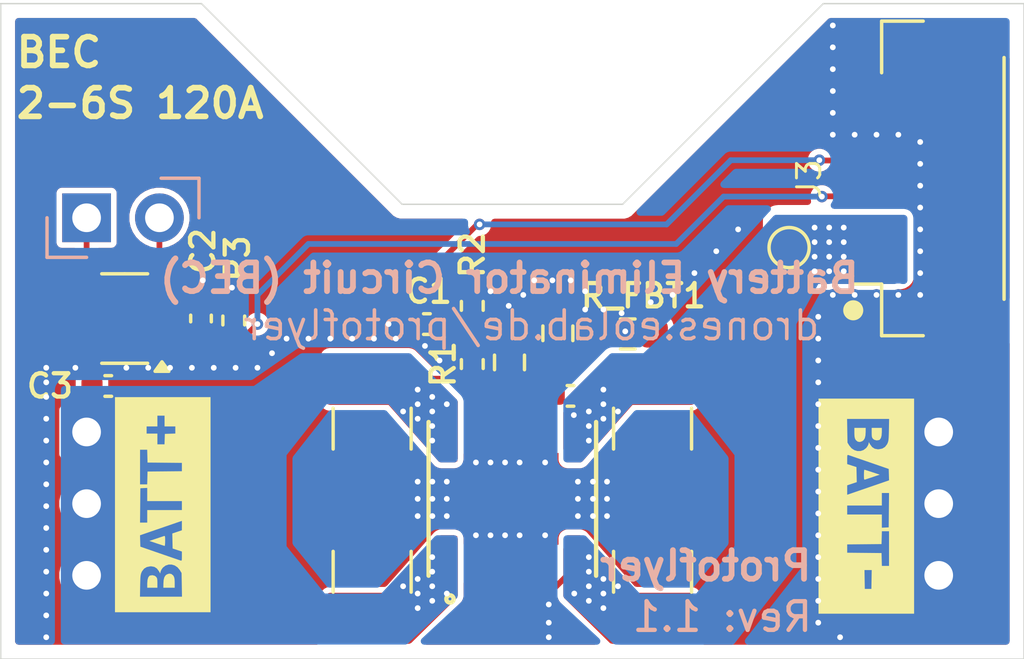
<source format=kicad_pcb>
(kicad_pcb (version 20241229) (generator "pcbnew") (generator_version "9.0")
  (layers (0 "F.Cu" power) (4 "In1.Cu" power) (6 "In2.Cu" power) (2 "B.Cu" signal) (13 "F.Paste" user) (15 "B.Paste" user) (5 "F.SilkS" user "F.Silkscreen") (7 "B.SilkS" user "B.Silkscreen") (1 "F.Mask" user) (3 "B.Mask" user) (25 "Edge.Cuts" user))
  (net 0 "")
  (net 1 "+5V")
  (net 2 "AGND")
  (net 7 "/RBOOT")
  (net 8 "/FB")
  (net 9 "/RT")
  (net 10 "VBUS")
  (net 11 "/SHUNT_IN")
  (net 12 "/SHUNT_OUT")
  (net 13 "/SENS_CURRENT")
  (net 14 "/SENS_VOLTAGE")
  (net 15 "PGND")
  (footprint "Resistor_SMD:R_0603_1608Metric_Pad0.98x0.95mm_HandSolder" (layer "F.Cu") (at 158.1385 65.750059 180)
    (property "Reference" "R_FBT1" (at -0.548 1.331 0) (layer "F.SilkS") (effects (font (size 0.8128 0.8128) (thickness 0.15) (bold yes))))
    (property "Value" "40.2k" (hide yes))
    (pad "1" smd roundrect (at -0.9125 0 180) (size 0.975 0.95) (layers "F.Cu" "F.Mask" "F.Paste") (net 1 "+5V"))
    (pad "2" smd roundrect (at 0.9125 0 180) (size 0.975 0.95) (layers "F.Cu" "F.Mask" "F.Paste") (net 8 "/FB"))
  )
  (footprint "TestPoint:TestPoint_Pad_D1.0mm" (layer "F.Cu") (at 163.7665 62.738)
    (property "Reference" "TP2" (hide yes))
    (property "Value" "TestPoint")
    (pad "1" smd circle (at 0 0) (size 1 1) (layers "F.Cu" "F.Mask") (net 1 "+5V"))
  )
  (footprint "Package_TO_SOT_SMD:SOT-23-5" (layer "F.Cu") (at 140.5945 65.212 180)
    (property "Reference" "U1" (hide yes))
    (property "Value" "INA139")
    (pad "1" smd roundrect (at -1.1375 -0.95 180) (size 1.325 0.6) (layers "F.Cu" "F.Mask" "F.Paste") (net 13 "/SENS_CURRENT"))
    (pad "2" smd roundrect (at -1.1375 0 180) (size 1.325 0.6) (layers "F.Cu" "F.Mask" "F.Paste") (net 15 "PGND"))
    (pad "3" smd roundrect (at -1.1375 0.95 180) (size 1.325 0.6) (layers "F.Cu" "F.Mask" "F.Paste") (net 11 "/SHUNT_IN"))
    (pad "4" smd roundrect (at 1.1375 0.95 180) (size 1.325 0.6) (layers "F.Cu" "F.Mask" "F.Paste") (net 12 "/SHUNT_OUT"))
    (pad "5" smd roundrect (at 1.1375 -0.95 180) (size 1.325 0.6) (layers "F.Cu" "F.Mask" "F.Paste") (net 10 "VBUS"))
  )
  (footprint "NetTie:NetTie-2_SMD_Pad0.5mm" (layer "F.Cu") (at 154.865 70.181 90)
    (property "Reference" "NT2" (hide yes))
    (property "Value" "NetTie_2" (hide yes))
    (fp_poly (pts (xy -0.3 -0.125) (xy 0.3 -0.125) (xy 0.3 0.125) (xy -0.3 0.125)) (fill yes) (layer "F.Cu"))
    (pad "1" smd circle (at -0.3 0 90) (size 0.25 0.25) (layers "F.Cu") (net 15 "PGND"))
    (pad "2" smd circle (at 0.3 0 90) (size 0.25 0.25) (layers "F.Cu") (net 2 "AGND"))
  )
  (footprint "Capacitor_SMD:C_1210_3225Metric_Pad1.33x2.70mm_HandSolder" (layer "F.Cu") (at 149.225 69.052059 -90)
    (property "Reference" "C_IN2" (hide yes))
    (property "Value" "10uF, 50V, X7R" (hide yes))
    (pad "1" smd roundrect (at -1.5625 0 270) (size 1.325 2.7) (layers "F.Cu" "F.Mask" "F.Paste") (roundrect_rratio 0.188679) (net 10 "VBUS"))
    (pad "2" smd roundrect (at 1.5625 0 270) (size 1.325 2.7) (layers "F.Cu" "F.Mask" "F.Paste") (roundrect_rratio 0.188679) (net 15 "PGND"))
  )
  (footprint "LOGO" (layer "F.Cu") (at 166.4589 71.755 -90)
    (property "Reference" "G***" (hide yes))
    (property "Value" "LOGO" (hide yes))
  )
  (footprint "Capacitor_SMD:C_0402_1005Metric_Pad0.74x0.62mm_HandSolder" (layer "F.Cu") (at 143.256 65.2105 90)
    (property "Reference" "C2" (at 2.3455 0.0635 90) (layer "F.SilkS") (effects (font (size 0.8128 0.8128) (thickness 0.15) (bold yes))))
    (property "Value" "0.1u, 10V, X7R")
    (pad "1" smd roundrect (at -0.5675 0 90) (size 0.735 0.62) (layers "F.Cu" "F.Mask" "F.Paste") (net 13 "/SENS_CURRENT"))
    (pad "2" smd roundrect (at 0.5675 0 90) (size 0.735 0.62) (layers "F.Cu" "F.Mask" "F.Paste") (net 15 "PGND"))
  )
  (footprint "NetTie:NetTie-2_SMD_Pad0.5mm" (layer "F.Cu") (at 154.865 72.806 -90)
    (property "Reference" "NT1" (hide yes))
    (property "Value" "NetTie_2" (hide yes))
    (fp_poly (pts (xy -0.3 -0.125) (xy 0.3 -0.125) (xy 0.3 0.125) (xy -0.3 0.125)) (fill yes) (layer "F.Cu"))
    (pad "1" smd circle (at -0.3 0 270) (size 0.25 0.25) (layers "F.Cu") (net 15 "PGND"))
    (pad "2" smd circle (at 0.3 0 270) (size 0.25 0.25) (layers "F.Cu") (net 2 "AGND"))
  )
  (footprint "Resistor_SMD:R_0402_1005Metric" (layer "F.Cu") (at 152.7175 66.8 90)
    (property "Reference" "R1" (at -0.002 -1.016 270) (layer "F.SilkS") (effects (font (size 0.8128 0.8128) (thickness 0.15) (bold yes))))
    (property "Value" "68k, 1%, 1/16W")
    (pad "1" smd roundrect (at -0.51 0 90) (size 0.54 0.64) (layers "F.Cu" "F.Mask" "F.Paste") (net 10 "VBUS"))
    (pad "2" smd roundrect (at 0.51 0 90) (size 0.54 0.64) (layers "F.Cu" "F.Mask" "F.Paste") (net 14 "/SENS_VOLTAGE"))
  )
  (footprint "Capacitor_SMD:C_0402_1005Metric_Pad0.74x0.62mm_HandSolder" (layer "F.Cu") (at 156.1425 67.909059 180)
    (property "Reference" "C_FF1" (hide yes))
    (property "Value" "22pF")
    (pad "1" smd roundrect (at -0.5675 0 180) (size 0.735 0.62) (layers "F.Cu" "F.Mask" "F.Paste") (net 1 "+5V"))
    (pad "2" smd roundrect (at 0.5675 0 180) (size 0.735 0.62) (layers "F.Cu" "F.Mask" "F.Paste") (net 8 "/FB"))
  )
  (footprint "Connector_PinHeader_2.54mm:PinHeader_1x02_P2.54mm_Vertical" (layer "F.Cu") (at 139.266 61.698 90)
    (property "Reference" "J4" (hide yes))
    (property "Value" "Conn_01x02_Pin")
    (pad "1" thru_hole rect (at 0 0 90) (size 1.7 1.7) (drill 1) (layers "*.Cu" "*.Mask") (net 12 "/SHUNT_OUT"))
    (pad "2" thru_hole circle (at 0 2.54 90) (size 1.7 1.7) (drill 1) (layers "*.Cu" "*.Mask") (net 11 "/SHUNT_IN"))
  )
  (footprint "Resistor_SMD:R_0402_1005Metric" (layer "F.Cu") (at 144.399 65.28 90)
    (property "Reference" "R3" (at 2.161 0.127 90) (layer "F.SilkS") (effects (font (size 0.8128 0.8128) (thickness 0.15) (bold yes))))
    (property "Value" "54.9k, 1%, 1/16W")
    (pad "1" smd roundrect (at -0.51 0 90) (size 0.54 0.64) (layers "F.Cu" "F.Mask" "F.Paste") (net 13 "/SENS_CURRENT"))
    (pad "2" smd roundrect (at 0.51 0 90) (size 0.54 0.64) (layers "F.Cu" "F.Mask" "F.Paste") (net 15 "PGND"))
  )
  (footprint "TLVM:B3QFN20_RDL_TEX" (layer "F.Cu") (at 154.1145 71.501 90)
    (property "Reference" "U3" (hide yes))
    (property "Value" "TLVM13660")
    (pad "1" smd rect (at -2 -2.175315 90) (size 1.397 0.508) (layers "F.Cu" "F.Mask" "F.Paste") (net 10 "VBUS"))
    (pad "2" smd rect (at -2.250059 -1.250315 90) (size 0.889 0.254) (layers "F.Cu" "F.Mask" "F.Paste"))
    (pad "3" smd rect (at -2.250059 -0.750189 90) (size 0.889 0.254) (layers "F.Cu" "F.Mask" "F.Paste") (net 7 "/RBOOT"))
    (pad "4" smd rect (at -2.250059 -0.250063 90) (size 0.889 0.254) (layers "F.Cu" "F.Mask" "F.Paste") (net 7 "/RBOOT"))
    (pad "5" smd rect (at -2.250059 0.250063 90) (size 0.889 0.254) (layers "F.Cu" "F.Mask" "F.Paste") (net 1 "+5V"))
    (pad "6" smd rect (at -2.250059 0.750189 90) (size 0.889 0.254) (layers "F.Cu" "F.Mask" "F.Paste") (net 2 "AGND"))
    (pad "7" smd rect (at -2.250059 1.250315 90) (size 0.889 0.254) (layers "F.Cu" "F.Mask" "F.Paste"))
    (pad "8" smd rect (at -2 2.125315 90) (size 1.397 0.508) (layers "F.Cu" "F.Mask" "F.Paste") (net 1 "+5V"))
    (pad "9" smd rect (at 2 2.125315 90) (size 1.397 0.508) (layers "F.Cu" "F.Mask" "F.Paste") (net 1 "+5V"))
    (pad "10" smd rect (at 2.250059 1.250315 90) (size 0.889 0.254) (layers "F.Cu" "F.Mask" "F.Paste") (net 8 "/FB"))
    (pad "11" smd rect (at 2.250059 0.750189 90) (size 0.889 0.254) (layers "F.Cu" "F.Mask" "F.Paste") (net 2 "AGND"))
    (pad "12" smd rect (at 2.250059 0.250063 90) (size 0.889 0.254) (layers "F.Cu" "F.Mask" "F.Paste") (net 9 "/RT"))
    (pad "13" smd rect (at 2.250059 -0.250063 90) (size 0.889 0.254) (layers "F.Cu" "F.Mask" "F.Paste"))
    (pad "14" smd rect (at 2.250059 -0.750189 90) (size 0.889 0.254) (layers "F.Cu" "F.Mask" "F.Paste") (net 10 "VBUS"))
    (pad "15" smd rect (at 2.250059 -1.250315 90) (size 0.889 0.254) (layers "F.Cu" "F.Mask" "F.Paste"))
    (pad "16" smd rect (at 2 -2.175315 90) (size 1.397 0.508) (layers "F.Cu" "F.Mask" "F.Paste") (net 10 "VBUS"))
    (pad "17" smd rect (at 0 -1.612494 90) (size 1.6256 0.9144) (layers "F.Cu" "F.Mask" "F.Paste") (net 15 "PGND"))
    (pad "18" smd rect (at 0 -0.537494 90) (size 1.6256 0.9144) (layers "F.Cu" "F.Mask" "F.Paste") (net 15 "PGND"))
    (pad "19" smd rect (at 0 0.537506 90) (size 1.6256 0.9144) (layers "F.Cu" "F.Mask" "F.Paste") (net 15 "PGND"))
    (pad "20" smd rect (at 0 1.612506 90) (size 1.6256 0.9144) (layers "F.Cu" "F.Mask" "F.Paste") (net 15 "PGND"))
  )
  (footprint "Resistor_SMD:R_0603_1608Metric_Pad0.98x0.95mm_HandSolder" (layer "F.Cu") (at 155.702 65.726559 90)
    (property "Reference" "R_FBB1" (hide yes))
    (property "Value" "10k")
    (pad "1" smd roundrect (at -0.9125 0 90) (size 0.975 0.95) (layers "F.Cu" "F.Mask" "F.Paste") (net 8 "/FB"))
    (pad "2" smd roundrect (at 0.9125 0 90) (size 0.975 0.95) (layers "F.Cu" "F.Mask" "F.Paste") (net 2 "AGND"))
  )
  (footprint "Connector_JST:JST_GH_SM06B-GHS-TB_1x06-1MP_P1.25mm_Horizontal" (layer "F.Cu") (at 168.703 60.325 90)
    (property "Reference" "J3" (at -0.022 -4.238 90) (layer "F.SilkS") (effects (font (size 0.8128 0.8128) (thickness 0.1016))))
    (property "Value" "Conn_01x06_Pin")
    (pad "1" smd roundrect (at -3.125 -1.85 90) (size 0.6 1.7) (layers "F.Cu" "F.Mask" "F.Paste") (net 1 "+5V"))
    (pad "2" smd roundrect (at -1.875 -1.85 90) (size 0.6 1.7) (layers "F.Cu" "F.Mask" "F.Paste") (net 1 "+5V"))
    (pad "3" smd roundrect (at -0.625 -1.85 90) (size 0.6 1.7) (layers "F.Cu" "F.Mask" "F.Paste") (net 13 "/SENS_CURRENT"))
    (pad "4" smd roundrect (at 0.625 -1.85 90) (size 0.6 1.7) (layers "F.Cu" "F.Mask" "F.Paste") (net 14 "/SENS_VOLTAGE"))
    (pad "5" smd roundrect (at 1.875 -1.85 90) (size 0.6 1.7) (layers "F.Cu" "F.Mask" "F.Paste") (net 15 "PGND"))
    (pad "6" smd roundrect (at 3.125 -1.85 90) (size 0.6 1.7) (layers "F.Cu" "F.Mask" "F.Paste") (net 15 "PGND"))
    (pad "MP" smd roundrect (at -4.975 1.35 90) (size 1 2.7) (layers "F.Cu" "F.Mask" "F.Paste"))
    (pad "MP" smd roundrect (at 4.975 1.35 90) (size 1 2.7) (layers "F.Cu" "F.Mask" "F.Paste"))
  )
  (footprint "Resistor_SMD:R_0402_1005Metric" (layer "F.Cu") (at 152.7175 64.77 90)
    (property "Reference" "R2" (at 1.776 0 90) (layer "F.SilkS") (effects (font (size 0.8128 0.8128) (thickness 0.15) (bold yes))))
    (property "Value" "10k, 1%, 1/16W")
    (pad "1" smd roundrect (at -0.51 0 90) (size 0.54 0.64) (layers "F.Cu" "F.Mask" "F.Paste") (net 14 "/SENS_VOLTAGE"))
    (pad "2" smd roundrect (at 0.51 0 90) (size 0.54 0.64) (layers "F.Cu" "F.Mask" "F.Paste") (net 15 "PGND"))
  )
  (footprint "Capacitor_SMD:C_1210_3225Metric_Pad1.33x2.70mm_HandSolder" (layer "F.Cu") (at 149.225 74.043559 90)
    (property "Reference" "C_IN1" (hide yes))
    (property "Value" "10uF, 50V, X7R")
    (pad "1" smd roundrect (at -1.5625 0 90) (size 1.325 2.7) (layers "F.Cu" "F.Mask" "F.Paste") (roundrect_rratio 0.188679) (net 10 "VBUS"))
    (pad "2" smd roundrect (at 1.5625 0 90) (size 1.325 2.7) (layers "F.Cu" "F.Mask" "F.Paste") (roundrect_rratio 0.188679) (net 15 "PGND"))
  )
  (footprint "Capacitor_SMD:C_1210_3225Metric_Pad1.33x2.70mm_HandSolder" (layer "F.Cu") (at 159.004 69.052059 -90)
    (property "Reference" "C_OUT2" (hide yes))
    (property "Value" "47uF, 10V, X7R" (hide yes))
    (pad "1" smd roundrect (at -1.5625 0 270) (size 1.325 2.7) (layers "F.Cu" "F.Mask" "F.Paste") (roundrect_rratio 0.188679) (net 1 "+5V"))
    (pad "2" smd roundrect (at 1.5625 0 270) (size 1.325 2.7) (layers "F.Cu" "F.Mask" "F.Paste") (roundrect_rratio 0.188679) (net 15 "PGND"))
  )
  (footprint "Capacitor_SMD:C_1210_3225Metric_Pad1.33x2.70mm_HandSolder" (layer "F.Cu") (at 159.004 74.043559 90)
    (property "Reference" "C_OUT1" (hide yes))
    (property "Value" "47uF, 10V, X7R")
    (pad "1" smd roundrect (at -1.5625 0 90) (size 1.325 2.7) (layers "F.Cu" "F.Mask" "F.Paste") (roundrect_rratio 0.188679) (net 1 "+5V"))
    (pad "2" smd roundrect (at 1.5625 0 90) (size 1.325 2.7) (layers "F.Cu" "F.Mask" "F.Paste") (roundrect_rratio 0.188679) (net 15 "PGND"))
  )
  (footprint "Resistor_SMD:R_0603_1608Metric_Pad0.98x0.95mm_HandSolder" (layer "F.Cu") (at 154.015 66.742559 90)
    (property "Reference" "R_RT1" (hide yes))
    (property "Value" "13k")
    (pad "1" smd roundrect (at -0.9125 0 90) (size 0.975 0.95) (layers "F.Cu" "F.Mask" "F.Paste") (net 9 "/RT"))
    (pad "2" smd roundrect (at 0.9125 0 90) (size 0.975 0.95) (layers "F.Cu" "F.Mask" "F.Paste") (net 2 "AGND"))
  )
  (footprint "Capacitor_SMD:C_0402_1005Metric_Pad0.74x0.62mm_HandSolder" (layer "F.Cu") (at 140.0215 67.564)
    (property "Reference" "C3" (at -2.036 0 0) (layer "F.SilkS") (effects (font (size 0.8128 0.8128))))
    (property "Value" "0.1u, 10V, X7R")
    (pad "1" smd roundrect (at -0.5675 0) (size 0.735 0.62) (layers "F.Cu" "F.Mask" "F.Paste") (net 10 "VBUS"))
    (pad "2" smd roundrect (at 0.5675 0) (size 0.735 0.62) (layers "F.Cu" "F.Mask" "F.Paste") (net 15 "PGND"))
  )
  (footprint "LOGO" (layer "F.Cu") (at 141.9225 71.7042 90)
    (property "Reference" "G***" (hide yes))
    (property "Value" "LOGO" (hide yes))
  )
  (footprint "Capacitor_SMD:C_0402_1005Metric_Pad0.74x0.62mm_HandSolder" (layer "F.Cu") (at 151.134 65.405 180)
    (property "Reference" "C1" (at -0.0675 1.143 180) (layer "F.SilkS") (effects (font (size 0.8128 0.8128) (thickness 0.15) (bold yes))))
    (property "Value" "0.1u, 10V, X7R")
    (pad "1" smd roundrect (at -0.5675 0 180) (size 0.735 0.62) (layers "F.Cu" "F.Mask" "F.Paste") (net 14 "/SENS_VOLTAGE"))
    (pad "2" smd roundrect (at 0.5675 0 180) (size 0.735 0.62) (layers "F.Cu" "F.Mask" "F.Paste") (net 15 "PGND"))
  )
  (footprint "JST-03JQ-BT:SHDR3W80P0X250_1X3_1000X600X950P" (layer "B.Cu") (at 139.266 69.168 -90)
    (property "Reference" "J5" (hide yes))
    (property "Value" "Conn_01x03_Pin" (hide yes))
    (pad "1" thru_hole rect (at 0 0 270) (size 1.5 1.5) (drill 1) (layers "*.Cu" "*.Mask") (net 10 "VBUS"))
    (pad "2" thru_hole circle (at 2.5 0 270) (size 1.5 1.5) (drill 1) (layers "*.Cu" "*.Mask") (net 10 "VBUS"))
    (pad "3" thru_hole circle (at 5 0 270) (size 1.5 1.5) (drill 1) (layers "*.Cu" "*.Mask") (net 10 "VBUS"))
  )
  (footprint "JST-03JQ-BT:SHDR3W80P0X250_1X3_1000X600X950P" (layer "B.Cu") (at 168.984 74.168 90)
    (property "Reference" "J1" (hide yes))
    (property "Value" "Conn_01x03_Pin" (hide yes))
    (pad "1" thru_hole rect (at 0 0 90) (size 1.5 1.5) (drill 1) (layers "*.Cu" "*.Mask") (net 15 "PGND"))
    (pad "2" thru_hole circle (at 2.5 0 90) (size 1.5 1.5) (drill 1) (layers "*.Cu" "*.Mask") (net 15 "PGND"))
    (pad "3" thru_hole circle (at 5 0 90) (size 1.5 1.5) (drill 1) (layers "*.Cu" "*.Mask") (net 15 "PGND"))
  )
  (gr_rect (start 154.747833 69.248924) (end 155.002153 69.918635) (fill yes) (layer "F.Cu") (net 2))
  (gr_rect (start 152.525 69.901) (end 155.725 73.101) (fill yes) (layer "F.Cu") (net 15))
  (gr_rect (start 154.751643 73.011055) (end 155.001119 73.740107) (fill yes) (layer "F.Cu") (net 2))
  (gr_line (start 150.271 61.229) (end 157.958 61.229) (stroke (width 0.05)) (layer "Edge.Cuts"))
  (gr_line (start 143.271 54.229) (end 150.271 61.229) (stroke (width 0.05)) (layer "Edge.Cuts"))
  (gr_line (start 171.958 77.089) (end 136.271 77.089) (stroke (width 0.05)) (layer "Edge.Cuts"))
  (gr_line (start 136.271 54.229) (end 143.271 54.229) (stroke (width 0.05)) (layer "Edge.Cuts"))
  (gr_line (start 136.271 77.089) (end 136.271 54.229) (stroke (width 0.05)) (layer "Edge.Cuts"))
  (gr_line (start 171.958 54.229) (end 164.958 54.229) (stroke (width 0.05)) (layer "Edge.Cuts"))
  (gr_line (start 171.958 54.229) (end 171.958 77.089) (stroke (width 0.05)) (layer "Edge.Cuts"))
  (gr_line (start 164.958 54.229) (end 157.958 61.229) (stroke (width 0.05)) (layer "Edge.Cuts"))
  (gr_text "2-6S 120A" (at 136.7155 58.293 0) (layer "F.SilkS") (effects (font (size 1 1) (thickness 0.2) (bold yes)) (justify left bottom)))
  (gr_text "BEC" (at 136.7155 56.515 0) (layer "F.SilkS") (effects (font (size 1 1) (thickness 0.2) (bold yes)) (justify left bottom)))
  (gr_text "Battery Eliminator Circuit (BEC)" (at 166.3065 64.389 0) (layer "B.SilkS") (effects (font (size 1 1) (thickness 0.2) (bold yes)) (justify left bottom mirror)))
  (gr_text "Rev: 1.1" (at 164.6555 76.2 0) (layer "B.SilkS") (effects (font (size 1 1)) (justify left bottom mirror)))
  (gr_text "drones.eolab.de/protoflyer" (at 164.9095 66.04 0) (layer "B.SilkS") (effects (font (size 1 1) (thickness 0.125)) (justify left bottom mirror)))
  (gr_text "Protoflyer" (at 164.6555 74.422 0) (layer "B.SilkS") (effects (font (size 1 1) (thickness 0.2) (bold yes)) (justify left bottom mirror)))
  (segment (start 155.594815 74.601) (end 156.250315 73.9455) (width 0.2) (layer "F.Cu") (net 1))
  (segment (start 156.250315 73.9455) (end 156.250315 73.501) (width 0.2) (layer "F.Cu") (net 1))
  (segment (start 158.7 75.819) (end 159.004 75.515) (width 0.2) (layer "F.Cu") (net 1))
  (segment (start 154.580504 74.601) (end 155.594815 74.601) (width 0.2) (layer "F.Cu") (net 1))
  (segment (start 159.004 65.797059) (end 159.051 65.750059) (width 0.2) (layer "F.Cu") (net 1))
  (segment (start 159.004 67.489559) (end 159.004 65.797059) (width 0.2) (layer "F.Cu") (net 1))
  (segment (start 154.375063 73.751059) (end 154.375063 74.395559) (width 0.2) (layer "F.Cu") (net 1))
  (segment (start 154.375063 74.395559) (end 154.580504 74.601) (width 0.2) (layer "F.Cu") (net 1))
  (via (at 157.2895 74.295) (size 0.4) (drill 0.2) (layers "F.Cu" "B.Cu") (net 1))
  (via (at 157.2895 75.311) (size 0.4) (drill 0.2) (layers "F.Cu" "B.Cu") (net 1))
  (via (at 165.1635 62.0395) (size 0.4) (drill 0.2) (layers "F.Cu" "B.Cu") (net 1))
  (via (at 156.258335 68.58) (size 0.4) (drill 0.2) (layers "F.Cu" "B.Cu") (net 1))
  (via (at 156.7815 68.453) (size 0.4) (drill 0.2) (layers "F.Cu" "B.Cu") (net 1))
  (via (at 156.2735 74.803) (size 0.4) (drill 0.2) (layers "F.Cu" "B.Cu") (net 1))
  (via (at 156.7815 75.057) (size 0.4) (drill 0.2) (layers "F.Cu" "B.Cu") (net 1))
  (via (at 165.6715 63.5635) (size 0.4) (drill 0.2) (layers "F.Cu" "B.Cu") (net 1))
  (via (at 165.1635 63.5635) (size 0.4) (drill 0.2) (layers "F.Cu" "B.Cu") (net 1))
  (via (at 157.7975 68.453) (size 0.4) (drill 0.2) (layers "F.Cu" "B.Cu") (net 1))
  (via (at 157.2895 67.691) (size 0.4) (drill 0.2) (layers "F.Cu" "B.Cu") (net 1))
  (via (at 157.2895 68.707) (size 0.4) (drill 0.2) (layers "F.Cu" "B.Cu") (net 1))
  (via (at 157.7975 74.549) (size 0.4) (drill 0.2) (layers "F.Cu" "B.Cu") (net 1))
  (via (at 164.6555 62.0395) (size 0.4) (drill 0.2) (layers "F.Cu" "B.Cu") (net 1))
  (via (at 165.6715 62.5475) (size 0.4) (drill 0.2) (layers "F.Cu" "B.Cu") (net 1))
  (via (at 165.1635 63.0555) (size 0.4) (drill 0.2) (layers "F.Cu" "B.Cu") (net 1))
  (via (at 157.2895 74.803) (size 0.4) (drill 0.2) (layers "F.Cu" "B.Cu") (net 1))
  (via (at 164.6555 62.5475) (size 0.4) (drill 0.2) (layers "F.Cu" "B.Cu") (net 1))
  (via (at 165.6715 63.0555) (size 0.4) (drill 0.2) (layers "F.Cu" "B.Cu") (net 1))
  (via (at 156.7815 69.469) (size 0.4) (drill 0.2) (layers "F.Cu" "B.Cu") (net 1))
  (via (at 164.6555 63.0555) (size 0.4) (drill 0.2) (layers "F.Cu" "B.Cu") (net 1))
  (via (at 156.7815 68.961) (size 0.4) (drill 0.2) (layers "F.Cu" "B.Cu") (net 1))
  (via (at 156.7815 73.533) (size 0.4) (drill 0.2) (layers "F.Cu" "B.Cu") (net 1))
  (via (at 156.7815 74.549) (size 0.4) (drill 0.2) (layers "F.Cu" "B.Cu") (net 1))
  (via (at 156.7815 74.041) (size 0.4) (drill 0.2) (layers "F.Cu" "B.Cu") (net 1))
  (via (at 157.2895 68.199) (size 0.4) (drill 0.2) (layers "F.Cu" "B.Cu") (net 1))
  (via (at 165.6715 62.0395) (size 0.4) (drill 0.2) (layers "F.Cu" "B.Cu") (net 1))
  (via (at 165.1635 62.5475) (size 0.4) (drill 0.2) (layers "F.Cu" "B.Cu") (net 1))
  (via (at 164.6555 63.5635) (size 0.4) (drill 0.2) (layers "F.Cu" "B.Cu") (net 1))
  (segment (start 155.031 64.814059) (end 154.015 65.830059) (width 0.2) (layer "F.Cu") (net 2))
  (segment (start 154.875189 69.250941) (end 154.875189 66.690248) (width 0.2) (layer "F.Cu") (net 2))
  (segment (start 155.702 64.814059) (end 155.031 64.814059) (width 0.2) (layer "F.Cu") (net 2))
  (segment (start 154.875189 66.690248) (end 154.015 65.830059) (width 0.2) (layer "F.Cu") (net 2))
  (segment (start 153.374811 73.751059) (end 153.874937 73.751059) (width 0.2) (layer "F.Cu") (net 7))
  (segment (start 155.575 67.945) (end 155.702 67.818) (width 0.2) (layer "F.Cu") (net 8))
  (segment (start 155.575 67.909059) (end 155.575 66.766059) (width 0.2) (layer "F.Cu") (net 8))
  (segment (start 157.226 65.750059) (end 156.591 65.750059) (width 0.2) (layer "F.Cu") (net 8))
  (segment (start 155.375315 69.250941) (end 155.375315 68.108744) (width 0.2) (layer "F.Cu") (net 8))
  (segment (start 156.591 65.750059) (end 155.702 66.639059) (width 0.2) (layer "F.Cu") (net 8))
  (segment (start 154.375063 69.250941) (end 154.375063 68.015122) (width 0.2) (layer "F.Cu") (net 9))
  (segment (start 154.375063 68.015122) (end 154.015 67.655059) (width 0.2) (layer "F.Cu") (net 9))
  (segment (start 149.404559 67.31) (end 149.225 67.489559) (width 0.2) (layer "F.Cu") (net 10))
  (segment (start 153.364311 69.250941) (end 153.364311 68.718811) (width 0.2) (layer "F.Cu") (net 10))
  (segment (start 139.266 69.168) (end 139.266 67.752) (width 0.2) (layer "F.Cu") (net 10))
  (segment (start 153.364311 68.718811) (end 152.7175 68.072) (width 0.2) (layer "F.Cu") (net 10))
  (segment (start 139.454 66.297) (end 139.457 66.294) (width 0.2) (layer "F.Cu") (net 10))
  (segment (start 139.454 67.564) (end 139.454 66.297) (width 0.2) (layer "F.Cu") (net 10))
  (segment (start 139.266 67.752) (end 139.454 67.564) (width 0.2) (layer "F.Cu") (net 10))
  (segment (start 152.7175 68.072) (end 152.7175 67.31) (width 0.2) (layer "F.Cu") (net 10))
  (segment (start 152.7175 67.31) (end 149.404559 67.31) (width 0.2) (layer "F.Cu") (net 10))
  (via (at 150.3045 68.453) (size 0.4) (drill 0.2) (layers "F.Cu" "B.Cu") (net 10))
  (via (at 151.3205 68.453) (size 0.4) (drill 0.2) (layers "F.Cu" "B.Cu") (net 10))
  (via (at 150.3045 74.549) (size 0.4) (drill 0.2) (layers "F.Cu" "B.Cu") (net 10))
  (via (at 150.8125 67.691) (size 0.4) (drill 0.2) (layers "F.Cu" "B.Cu") (net 10))
  (via (at 151.3205 73.533) (size 0.4) (drill 0.2) (layers "F.Cu" "B.Cu") (net 10))
  (via (at 151.8285 74.803) (size 0.4) (drill 0.2) (layers "F.Cu" "B.Cu") (net 10))
  (via (at 151.3205 74.549) (size 0.4) (drill 0.2) (layers "F.Cu" "B.Cu") (net 10))
  (via (at 150.8125 68.199) (size 0.4) (drill 0.2) (layers "F.Cu" "B.Cu") (net 10))
  (via (at 150.8125 68.707) (size 0.4) (drill 0.2) (layers "F.Cu" "B.Cu") (net 10))
  (via (at 150.8125 74.803) (size 0.4) (drill 0.2) (layers "F.Cu" "B.Cu") (net 10))
  (via (at 151.8285 68.199) (size 0.4) (drill 0.2) (layers "F.Cu" "B.Cu") (net 10))
  (via (at 150.8125 75.311) (size 0.4) (drill 0.2) (layers "F.Cu" "B.Cu") (net 10))
  (via (at 151.3205 69.469) (size 0.4) (drill 0.2) (layers "F.Cu" "B.Cu") (net 10))
  (via (at 150.8125 74.295) (size 0.4) (drill 0.2) (layers "F.Cu" "B.Cu") (net 10))
  (via (at 151.3205 68.961) (size 0.4) (drill 0.2) (layers "F.Cu" "B.Cu") (net 10))
  (via (at 151.3205 67.945) (size 0.4) (drill 0.2) (layers "F.Cu" "B.Cu") (net 10))
  (via (at 151.3205 74.041) (size 0.4) (drill 0.2) (layers "F.Cu" "B.Cu") (net 10))
  (via (at 151.3205 75.057) (size 0.4) (drill 0.2) (layers "F.Cu" "B.Cu") (net 10))
  (segment (start 141.806 61.698) (end 141.806 64.32) (width 0.2) (layer "F.Cu") (net 11))
  (segment (start 141.806 64.32) (end 141.732 64.394) (width 0.2) (layer "F.Cu") (net 11))
  (segment (start 139.266 64.203) (end 139.457 64.394) (width 0.2) (layer "F.Cu") (net 12))
  (segment (start 139.266 61.698) (end 139.266 64.203) (width 0.2) (layer "F.Cu") (net 12))
  (segment (start 142.74 66.294) (end 143.256 65.778) (width 0.2) (layer "F.Cu") (net 13))
  (segment (start 164.9195 60.95) (end 164.9095 60.96) (width 0.2) (layer "F.Cu") (net 13))
  (segment (start 143.256 65.778) (end 144.387 65.778) (width 0.2) (layer "F.Cu") (net 13))
  (segment (start 141.732 66.294) (end 142.74 66.294) (width 0.2) (layer "F.Cu") (net 13))
  (segment (start 144.387 65.778) (end 144.399 65.79) (width 0.2) (layer "F.Cu") (net 13))
  (segment (start 166.853 60.95) (end 164.9195 60.95) (width 0.2) (layer "F.Cu") (net 13))
  (segment (start 144.399 65.79) (end 144.8395 65.79) (width 0.2) (layer "F.Cu") (net 13))
  (segment (start 144.8395 65.79) (end 145.2245 65.405) (width 0.2) (layer "F.Cu") (net 13))
  (via (at 164.9095 60.96) (size 0.4) (drill 0.2) (layers "F.Cu" "B.Cu") (net 13))
  (via (at 145.2245 65.405) (size 0.4) (drill 0.2) (layers "F.Cu" "B.Cu") (net 13))
  (segment (start 161.4805 60.96) (end 159.8295 62.611) (width 0.2) (layer "B.Cu") (net 13))
  (segment (start 159.8295 62.611) (end 147.0025 62.611) (width 0.2) (layer "B.Cu") (net 13))
  (segment (start 164.9095 60.96) (end 161.4805 60.96) (width 0.2) (layer "B.Cu") (net 13))
  (segment (start 147.0025 62.611) (end 145.2245 64.389) (width 0.2) (layer "B.Cu") (net 13))
  (segment (start 145.2245 64.389) (end 145.2245 65.405) (width 0.2) (layer "B.Cu") (net 13))
  (segment (start 152.7175 65.28) (end 151.8265 65.28) (width 0.2) (layer "F.Cu") (net 14))
  (segment (start 166.853 59.7) (end 164.8306 59.7) (width 0.2) (layer "F.Cu") (net 14))
  (segment (start 151.7015 63.119) (end 152.9715 61.849) (width 0.2) (layer "F.Cu") (net 14))
  (segment (start 152.9715 61.849) (end 152.9715 61.929) (width 0.2) (layer "F.Cu") (net 14))
  (segment (start 164.8306 59.7) (end 164.8206 59.69) (width 0.2) (layer "F.Cu") (net 14))
  (segment (start 151.8265 65.28) (end 151.7015 65.405) (width 0.2) (layer "F.Cu") (net 14))
  (segment (start 152.7175 66.29) (end 152.7175 65.28) (width 0.2) (layer "F.Cu") (net 14))
  (segment (start 151.7015 65.405) (end 151.7015 63.119) (width 0.2) (layer "F.Cu") (net 14))
  (via (at 152.9715 61.929) (size 0.4) (drill 0.2) (layers "F.Cu" "B.Cu") (net 14))
  (via (at 164.8206 59.69) (size 0.4) (drill 0.2) (layers "F.Cu" "B.Cu") (net 14))
  (segment (start 159.4955 61.929) (end 161.7345 59.69) (width 0.2) (layer "B.Cu") (net 14))
  (segment (start 161.7345 59.69) (end 164.8206 59.69) (width 0.2) (layer "B.Cu") (net 14))
  (segment (start 152.9715 61.929) (end 159.4955 61.929) (width 0.2) (layer "B.Cu") (net 14))
  (segment (start 140.589 67.564) (end 141.351 67.564) (width 0.2) (layer "F.Cu") (net 15))
  (segment (start 141.732 65.344) (end 142.555 65.344) (width 0.2) (layer "F.Cu") (net 15))
  (segment (start 149.7965 65.405) (end 150.5665 65.405) (width 0.2) (layer "F.Cu") (net 15))
  (segment (start 144.399 64.77) (end 144.399 64.1985) (width 0.2) (layer "F.Cu") (net 15))
  (segment (start 152.7175 64.26) (end 153.3505 64.26) (width 0.2) (layer "F.Cu") (net 15))
  (segment (start 142.555 65.344) (end 143.256 64.643) (width 0.2) (layer "F.Cu") (net 15))
  (segment (start 153.3505 64.26) (end 153.3525 64.262) (width 0.2) (layer "F.Cu") (net 15))
  (segment (start 143.256 63.9445) (end 143.3195 63.881) (width 0.2) (layer "F.Cu") (net 15))
  (segment (start 144.399 64.1985) (end 144.3355 64.135) (width 0.2) (layer "F.Cu") (net 15))
  (segment (start 143.256 64.643) (end 143.256 63.9445) (width 0.2) (layer "F.Cu") (net 15))
  (via (at 159.7025 64.389) (size 0.4) (drill 0.2) (layers "F.Cu" "B.Cu") (net 15))
  (via (at 137.8585 73.279) (size 0.4) (drill 0.2) (layers "F.Cu" "B.Cu") (net 15))
  (via (at 168.3385 60.579) (size 0.4) (drill 0.2) (layers "F.Cu" "B.Cu") (net 15))
  (via (at 155.3845 75.819) (size 0.4) (drill 0.2) (layers "F.Cu" "B.Cu") (net 15))
  (via (at 156.925 72.101) (size 0.4) (drill 0.2) (layers "F.Cu" "B.Cu") (net 15))
  (via (at 142.1765 66.929) (size 0.4) (drill 0.2) (layers "F.Cu" "B.Cu") (net 15))
  (via (at 143.7005 66.929) (size 0.4) (drill 0.2) (layers "F.Cu" "B.Cu") (net 15))
  (via (at 164.7825 67.437) (size 0.4) (drill 0.2) (layers "F.Cu" "B.Cu") (net 15))
  (via (at 165.5445 76.327) (size 0.4) (drill 0.2) (layers "F.Cu" "B.Cu") (net 15))
  (via (at 151.0665 66.167) (size 0.4) (drill 0.2) (layers "F.Cu" "B.Cu") (net 15))
  (via (at 142.9385 66.929) (size 0.4) (drill 0.2) (layers "F.Cu" "B.Cu") (net 15))
  (via (at 158.0515 65.659) (size 0.4) (drill 0.2) (layers "F.Cu" "B.Cu") (net 15))
  (via (at 154.3685 70.231) (size 0.4) (drill 0.2) (layers "F.Cu" "B.Cu") (net 15))
  (via (at 157.4165 72.101) (size 0.4) (drill 0.2) (layers "F.Cu" "B.Cu") (net 15))
  (via (at 152.8445 70.231) (size 0.4) (drill 0.2) (layers "F.Cu" "B.Cu") (net 15))
  (via (at 150.8125 72.101) (size 0.4) (drill 0.2) (layers "F.Cu" "B.Cu") (net 15))
  (via (at 153.3525 70.231) (size 0.4) (drill 0.2) (layers "F.Cu" "B.Cu") (net 15))
  (via (at 164.7825 72.009) (size 0.4) (drill 0.2) (layers "F.Cu" "B.Cu") (net 15))
  (via (at 164.7825 65.913) (size 0.4) (drill 0.2) (layers "F.Cu" "B.Cu") (net 15))
  (via (at 137.8585 76.327) (size 0.4) (drill 0.2) (layers "F.Cu" "B.Cu") (net 15))
  (via (at 147.7645 65.913) (size 0.4) (drill 0.2) (layers "F.Cu" "B.Cu") (net 15))
  (via (at 137.8585 67.945) (size 0.4) (drill 0.2) (layers "F.Cu" "B.Cu") (net 15))
  (via (at 168.3385 62.865) (size 0.4) (drill 0.2) (layers "F.Cu" "B.Cu") (net 15))
  (via (at 151.8285 70.901) (size 0.4) (drill 0.2) (layers "F.Cu" "B.Cu") (net 15))
  (via (at 146.2405 65.913) (size 0.4) (drill 0.2) (layers "F.Cu" "B.Cu") (net 15))
  (via (at 137.8585 71.755) (size 0.4) (drill 0.2) (layers "F.Cu" "B.Cu") (net 15))
  (via (at 156.4005 71.501) (size 0.4) (drill 0.2) (layers "F.Cu" "B.Cu") (net 15))
  (via (at 157.4165 70.901) (size 0.4) (drill 0.2) (layers "F.Cu" "B.Cu") (net 15))
  (via (at 156.4005 72.101) (size 0.4) (drill 0.2) (layers "F.Cu" "B.Cu") (net 15))
  (via (at 165.2905 57.277) (size 0.4) (drill 0.2) (layers "F.Cu" "B.Cu") (net 15))
  (via (at 137.8585 67.437) (size 0.4) (drill 0.2) (layers "F.Cu" "B.Cu") (net 15))
  (via (at 150.8125 71.501) (size 0.4) (drill 0.2) (layers "F.Cu" "B.Cu") (net 15))
  (via (at 151.8285 71.501) (size 0.4) (drill 0.2) (layers "F.Cu" "B.Cu") (net 15))
  (via (at 144.4625 66.929) (size 0.4) (drill 0.2) (layers "F.Cu" "B.Cu") (net 15))
  (via (at 137.8585 74.041) (size 0.4) (drill 0.2) (layers "F.Cu" "B.Cu") (net 15))
  (via (at 151.325 72.101) (size 0.4) (drill 0.2) (layers "F.Cu" "B.Cu") (net 15))
  (via (at 153.8605 72.771) (size 0.4) (drill 0.2) (layers "F.Cu" "B.Cu") (net 15))
  (via (at 166.0525 58.801) (size 0.4) (drill 0.2) (layers "F.Cu" "B.Cu") (net 15))
  (via (at 149.7965 65.405) (size 0.4) (drill 0.2) (layers "F.Cu" "B.Cu") (net 15))
  (via (at 167.5765 58.801) (size 0.4) (drill 0.2) (layers "F.Cu" "B.Cu") (net 15))
  (via (at 165.2905 58.801) (size 0.4) (drill 0.2) (layers "F.Cu" "B.Cu") (net 15))
  (via (at 164.7825 75.057) (size 0.4) (drill 0.2) (layers "F.Cu" "B.Cu") (net 15))
  (via (at 151.5745 66.675) (size 0.4) (drill 0.2) (layers "F.Cu" "B.Cu") (net 15))
  (via (at 156.6545 64.897) (size 0.4) (drill 0.2) (layers "F.Cu" "B.Cu") (net 15))
  (via (at 164.7825 70.485) (size 0.4) (drill 0.2) (layers "F.Cu" "B.Cu") (net 15))
  (via (at 168.3385 63.627) (size 0.4) (drill 0.2) (layers "F.Cu" "B.Cu") (net 15))
  (via (at 145.2245 66.929) (size 0.4) (drill 0.2) (layers "F.Cu" "B.Cu") (net 15))
  (via (at 137.8585 74.803) (size 0.4) (drill 0.2) (layers "F.Cu" "B.Cu") (net 15))
  (via (at 164.7825 71.247) (size 0.4) (drill 0.2) (layers "F.Cu" "B.Cu") (net 15))
  (via (at 156.6545 64.262) (size 0.4) (drill 0.2) (layers "F.Cu" "B.Cu") (net 15))
  (via (at 145.7325 66.421) (size 0.4) (drill 0.2) (layers "F.Cu" "B.Cu") (net 15))
  (via (at 155.5115 63.881) (size 0.4) (drill 0.2) (layers "F.Cu" "B.Cu") (net 15))
  (via (at 137.8585 75.565) (size 0.4) (drill 0.2) (layers "F.Cu" "B.Cu") (net 15))
  (via (at 166.8145 58.801) (size 0.4) (drill 0.2) (layers "F.Cu" "B.Cu") (net 15))
  (via (at 157.2895 64.897) (size 0.4) (drill 0.2) (layers "F.Cu" "B.Cu") (net 15))
  (via (at 158.9405 64.643) (size 0.4) (drill 0.2) (layers "F.Cu" "B.Cu") (net 15))
  (via (at 137.8585 70.993) (size 0.4) (drill 0.2) (layers "F.Cu" "B.Cu") (net 15))
  (via (at 155.2575 70.231) (size 0.4) (drill 0.2) (layers "F.Cu" "B.Cu") (net 15))
  (via (at 168.3385 64.389) (size 0.4) (drill 0.2) (layers "F.Cu" "B.Cu") (net 15))
  (via (at 141.4145 66.929) (size 0.4) (drill 0.2) (layers "F.Cu" "B.Cu") (net 15))
  (via (at 140.6525 66.929) (size 0.4) (drill 0.2) (layers "F.Cu" "B.Cu") (net 15))
  (via (at 166.8145 64.389) (size 0.4) (drill 0.2) (layers "F.Cu" "B.Cu") (net 15))
  (via (at 148.5265 65.913) (size 0.4) (drill 0.2) (layers "F.Cu" "B.Cu") (net 15))
  (via (at 155.3845 76.327) (size 0.4) (drill 0.2) (layers "F.Cu" "B.Cu") (net 15))
  (via (at 165.2905 56.515) (size 0.4) (drill 0.2) (layers "F.Cu" "B.Cu") (net 15))
  (via (at 150.0505 65.913) (size 0.4) (drill 0.2) (layers "F.Cu" "B.Cu") (net 15))
  (via (at 137.8585 68.707) (size 0.4) (drill 0.2) (layers "F.Cu" "B.Cu") (net 15))
  (via (at 154.4955 64.389) (size 0.4) (drill 0.2) (layers "F.Cu" "B.Cu") (net 15))
  (via (at 137.8585 69.469) (size 0.4) (drill 0.2) (layers "F.Cu" "B.Cu") (net 15))
  (via (at 143.3195 63.881) (size 0.4) (drill 0.2) (layers "F.Cu" "B.Cu") (net 15))
  (via (at 165.2905 55.753) (size 0.4) (drill 0.2) (layers "F.Cu" "B.Cu") (net 15))
  (via (at 164.7825 66.675) (size 0.4) (drill 0.2) (layers "F.Cu" "B.Cu") (net 15))
  (via (at 154.8765 63.881) (size 0.4) (drill 0.2) (layers "F.Cu" "B.Cu") (net 15))
  (via (at 153.3525 64.262) (size 0.4) (drill 0.2) (layers "F.Cu" "B.Cu") (net 15))
  (via (at 147.0025 65.913) (size 0.4) (drill 0.2) (layers "F.Cu" "B.Cu") (net 15))
  (via (at 168.3385 59.055) (size 0.4) (drill 0.2) (layers "F.Cu" "B.Cu") (net 15))
  (via (at 137.8585 66.929) (size 0.4) (drill 0.2) (layers "F.Cu" "B.Cu") (net 15))
  (via (at 155.2575 72.771) (size 0.4) (drill 0.2) (layers "F.Cu" "B.Cu") (net 15))
  (via (at 164.7825 72.771) (size 0.4) (drill 0.2) (layers "F.Cu" "B.Cu") (net 15))
  (via (at 165.2905 54.991) (size 0.4) (drill 0.2) (layers "F.Cu" "B.Cu") (net 15))
  (via (at 151.8285 72.101) (size 0.4) (drill 0.2) (layers "F.Cu" "B.Cu") (net 15))
  (via (at 168.3385 59.817) (size 0.4) (drill 0.2) (layers "F.Cu" "B.Cu") (net 15))
  (via (at 151.325 70.901) (size 0.4) (drill 0.2) (layers "F.Cu" "B.Cu") (net 15))
  (via (at 153.3525 72.771) (size 0.4) (drill 0.2) (layers "F.Cu" "B.Cu") (net 15))
  (via (at 168.3385 61.341) (size 0.4) (drill 0.2) (layers "F.Cu" "B.Cu") (net 15))
  (via (at 157.4165 71.501) (size 0.4) (drill 0.2) (layers "F.Cu" "B.Cu") (net 15))
  (via (at 150.8125 70.901) (size 0.4) (drill 0.2) (layers "F.Cu" "B.Cu") (net 15))
  (via (at 153.9875 64.77) (size 0.4) (drill 0.2) (layers "F.Cu" "B.Cu") (net 15))
  (via (at 157.9245 65.024) (size 0.4) (drill 0.2) (layers "F.Cu" "B.Cu") (net 15))
  (via (at 154.3685 72.771) (size 0.4) (drill 0.2) (layers "F.Cu" "B.Cu") (net 15))
  (via (at 156.1465 63.881) (size 0.4) (drill 0.2) (layers "F.Cu" "B.Cu") (net 15))
  (via (at 160.4645 63.627) (size 0.4) (drill 0.2) (layers "F.Cu" "B.Cu") (net 15))
  (via (at 168.3385 62.103) (size 0.4) (drill 0.2) (layers "F.Cu" "B.Cu") (net 15))
  (via (at 156.4005 70.901) (size 0.4) (drill 0.2) (layers "F.Cu" "B.Cu") (net 15))
  (via (at 156.925 71.501) (size 0.4) (drill 0.2) (layers "F.Cu" "B.Cu") (net 15))
  (via (at 161.9885 62.103) (size 0.4) (drill 0.2) (layers "F.Cu" "B.Cu") (net 15))
  (via (at 164.7825 69.723) (size 0.4) (drill 0.2) (layers "F.Cu" "B.Cu") (net 15))
  (via (at 161.2265 62.865) (size 0.4) (drill 0.2) (layers "F.Cu" "B.Cu") (net 15))
  (via (at 138.8745 66.929) (size 0.4) (drill 0.2) (layers "F.Cu" "B.Cu") (net 15))
  (via (at 164.7825 74.295) (size 0.4) (drill 0.2) (layers "F.Cu" "B.Cu") (net 15))
  (via (at 164.7825 65.151) (size 0.4) (drill 0.2) (layers "F.Cu" "B.Cu") (net 15))
  (via (at 165.2905 58.039) (size 0.4) (drill 0.2) (layers "F.Cu" "B.Cu") (net 15))
  (via (at 164.7825 68.961) (size 0.4) (drill 0.2) (layers "F.Cu" "B.Cu") (net 15))
  (via (at 137.8585 72.517) (size 0.4) (drill 0.2) (layers "F.Cu" "B.Cu") (net 15))
  (via (at 165.2905 64.389) (size 0.4) (drill 0.2) (layers "F.Cu" "B.Cu") (net 15))
  (via (at 167.5765 64.389) (size 0.4) (drill 0.2) (layers "F.Cu" "B.Cu") (net 15))
  (via (at 151.325 71.501) (size 0.4) (drill 0.2) (layers "F.Cu" "B.Cu") (net 15))
  (via (at 149.2885 65.913) (size 0.4) (drill 0.2) (layers "F.Cu" "B.Cu") (net 15))
  (via (at 164.7825 73.533) (size 0.4) (drill 0.2) (layers "F.Cu" "B.Cu") (net 15))
  (via (at 137.8585 70.231) (size 0.4) (drill 0.2) (layers "F.Cu" "B.Cu") (net 15))
  (via (at 166.0525 64.389) (size 0.4) (drill 0.2) (layers "F.Cu" "B.Cu") (net 15))
  (via (at 153.8605 70.231) (size 0.4) (drill 0.2) (layers "F.Cu" "B.Cu") (net 15))
  (via (at 155.3845 75.184) (size 0.4) (drill 0.2) (layers "F.Cu" "B.Cu") (net 15))
  (via (at 152.8445 72.771) (size 0.4) (drill 0.2) (layers "F.Cu" "B.Cu") (net 15))
  (via (at 164.7825 75.819) (size 0.4) (drill 0.2) (layers "F.Cu" "B.Cu") (net 15))
  (via (at 164.7825 68.199) (size 0.4) (drill 0.2) (layers "F.Cu" "B.Cu") (net 15))
  (via (at 144.3355 64.135) (size 0.4) (drill 0.2) (layers "F.Cu" "B.Cu") (net 15))
  (via (at 156.925 70.901) (size 0.4) (drill 0.2) (layers "F.Cu" "B.Cu") (net 15))
  (zone (net 1) (net_name "+5V") (layer "F.Cu") (priority 6) (connect_pads yes (clearance 0.4)) (min_thickness 0.25) (fill yes (thermal_gap 0.5) (thermal_bridge_width 0.5))
    (polygon (pts (xy 167.823 63.9445) (xy 167.823 61.6585) (xy 163.2585 61.6585) (xy 163.2585 63.9445)))
  )
  (zone (net 1) (net_name "+5V") (layer "F.Cu") (priority 3) (connect_pads yes (clearance 0.2)) (min_thickness 0.25) (fill yes (thermal_gap 0.5) (thermal_bridge_width 0.5))
    (polygon (pts (xy 160.4772 76.5556) (xy 160.4772 74.7776) (xy 158.3055 74.7776) (xy 156.5275 72.771) (xy 155.8925 72.771) (xy 155.8925 74.93) (xy 157.5435 76.5556)))
  )
  (zone (net 10) (net_name "VBUS") (layer "F.Cu") (priority 3) (connect_pads yes (clearance 0.2)) (min_thickness 0.25) (fill yes (thermal_gap 0.5) (thermal_bridge_width 0.5))
    (polygon (pts (xy 147.6248 76.5556) (xy 147.6248 74.7776) (xy 149.7965 74.7776) (xy 151.5745 72.771) (xy 152.2095 72.771) (xy 152.2095 74.93) (xy 150.5585 76.5556)))
  )
  (zone (net 1) (net_name "+5V") (layer "F.Cu") (priority 3) (connect_pads yes (clearance 0.2)) (min_thickness 0.25) (fill yes (thermal_gap 0.5) (thermal_bridge_width 0.5))
    (polygon (pts (xy 160.4772 66.4464) (xy 160.4772 68.2244) (xy 158.3055 68.2244) (xy 156.5275 70.231) (xy 155.8925 70.231) (xy 155.8925 68.072) (xy 157.5435 66.4464)))
  )
  (zone (net 10) (net_name "VBUS") (layer "F.Cu") (priority 3) (connect_pads yes (clearance 0.2)) (min_thickness 0.25) (fill yes (thermal_gap 0.5) (thermal_bridge_width 0.5))
    (polygon (pts (xy 147.6248 66.4464) (xy 147.6248 68.2244) (xy 149.7965 68.2244) (xy 151.5745 70.231) (xy 152.2095 70.231) (xy 152.2095 68.072) (xy 150.5585 66.4464)))
  )
  (zone (net 15) (net_name "PGND") (layers "F.Cu" "B.Cu" "In1.Cu" "In2.Cu") (priority 2) (connect_pads yes (clearance 0.2)) (min_thickness 0.25) (fill yes (thermal_gap 0.5) (thermal_bridge_width 0.5))
    (polygon (pts (xy 136.271 54.229) (xy 143.256 54.229) (xy 150.368 61.341) (xy 157.861 61.341) (xy 164.973 54.229) (xy 171.958 54.229) (xy 171.958 77.089) (xy 136.271 77.089)))
  )
  (zone (net 10) (net_name "VBUS") (layers "B.Cu" "In2.Cu") (priority 4) (connect_pads yes (clearance 0.2)) (min_thickness 0.25) (fill yes (thermal_gap 0.5) (thermal_bridge_width 0.5))
    (polygon (pts (xy 152.2095 72.771) (xy 151.4475 72.771) (xy 149.5425 74.803) (xy 147.574 74.803) (xy 146.2405 73.152) (xy 146.2405 69.977) (xy 147.6375 68.199) (xy 149.7965 68.199) (xy 151.5745 70.231) (xy 152.2095 70.231) (xy 152.2095 68.834) (xy 152.2095 68.072) (xy 150.5585 66.421) (xy 146.7485 66.421) (xy 145.0975 67.564) (xy 138.3665 67.564) (xy 138.3665 76.581) (xy 150.4315 76.581) (xy 152.2095 74.93)))
  )
  (zone (net 1) (net_name "+5V") (layers "B.Cu" "In2.Cu") (priority 4) (connect_pads yes (clearance 0.2)) (min_thickness 0.25) (fill yes (thermal_gap 0.5) (thermal_bridge_width 0.5))
    (polygon (pts (xy 155.8925 72.771) (xy 156.6545 72.771) (xy 158.5595 74.803) (xy 160.528 74.803) (xy 161.8615 73.152) (xy 161.8615 69.977) (xy 160.4645 68.199) (xy 158.3055 68.199) (xy 156.5275 70.231) (xy 155.8925 70.231) (xy 155.8925 68.834) (xy 155.8925 68.072) (xy 157.5435 66.421) (xy 158.6865 66.421) (xy 159.766 65.405) (xy 163.2585 61.595) (xy 167.894 61.595) (xy 167.894 64.008) (xy 164.7825 64.008) (xy 164.0205 65.405) (xy 164.0205 73.787) (xy 161.7345 76.708) (xy 157.6705 76.581) (xy 155.8925 74.93)))
  )
)
</source>
